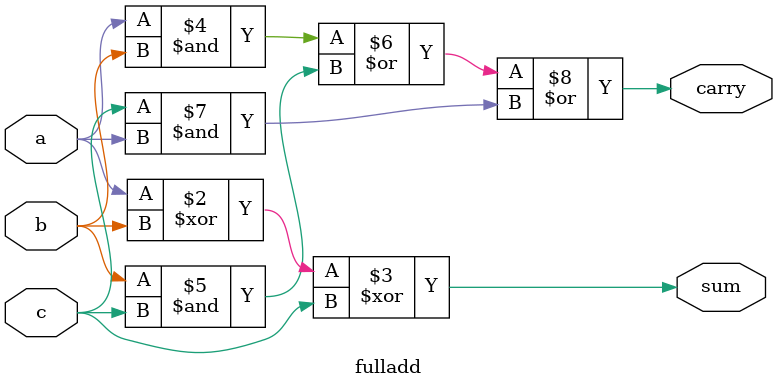
<source format=v>
module fulladd(
 input a,
 input b,
 input c,
 output  reg sum,
 output  reg carry
 );
 always@(a or b or c)
 begin
  sum <= a ^ b ^ c;
  carry <= (a&b) | (b&c) | (c&a);
  end
  endmodule

</source>
